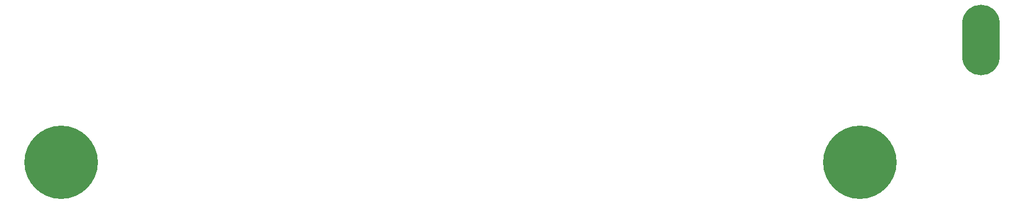
<source format=gbr>
%TF.GenerationSoftware,KiCad,Pcbnew,(5.1.7)-1*%
%TF.CreationDate,2021-04-10T14:02:21+01:00*%
%TF.ProjectId,vintagestereo,76696e74-6167-4657-9374-6572656f2e6b,rev?*%
%TF.SameCoordinates,Original*%
%TF.FileFunction,Copper,L2,Bot*%
%TF.FilePolarity,Positive*%
%FSLAX46Y46*%
G04 Gerber Fmt 4.6, Leading zero omitted, Abs format (unit mm)*
G04 Created by KiCad (PCBNEW (5.1.7)-1) date 2021-04-10 14:02:21*
%MOMM*%
%LPD*%
G01*
G04 APERTURE LIST*
%TA.AperFunction,ComponentPad*%
%ADD10C,11.000000*%
%TD*%
%TA.AperFunction,ComponentPad*%
%ADD11O,5.600000X10.600000*%
%TD*%
G04 APERTURE END LIST*
D10*
%TO.P,H1,1*%
%TO.N,N/C*%
X142500000Y-25000000D03*
%TD*%
D11*
%TO.P,H1,1*%
%TO.N,N/C*%
X160620000Y-6580000D03*
%TD*%
D10*
%TO.P,H1,1*%
%TO.N,N/C*%
X23000000Y-25000000D03*
%TD*%
M02*

</source>
